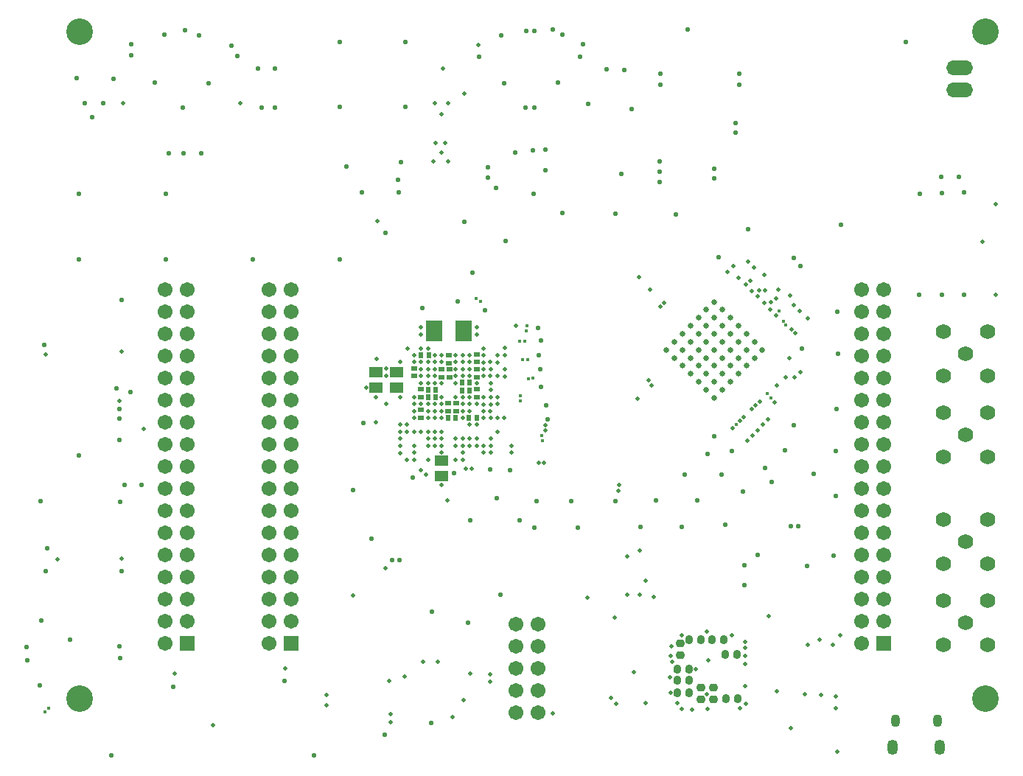
<source format=gbr>
%TF.GenerationSoftware,Altium Limited,Altium Designer,23.5.1 (21)*%
G04 Layer_Color=16711935*
%FSLAX45Y45*%
%MOMM*%
%TF.SameCoordinates,DF551FB5-6F85-4ABD-ABAF-5ACF3DF1BB5E*%
%TF.FilePolarity,Negative*%
%TF.FileFunction,Soldermask,Bot*%
%TF.Part,Single*%
G01*
G75*
%TA.AperFunction,ViaPad*%
%ADD91C,0.45000*%
%TA.AperFunction,SMDPad,CuDef*%
%ADD99R,1.53000X1.21000*%
%ADD100R,1.96000X2.36000*%
%ADD101R,0.71000X0.56000*%
%ADD102R,0.56000X0.71000*%
G04:AMPARAMS|DCode=103|XSize=0.95mm|YSize=0.8mm|CornerRadius=0.225mm|HoleSize=0mm|Usage=FLASHONLY|Rotation=90.000|XOffset=0mm|YOffset=0mm|HoleType=Round|Shape=RoundedRectangle|*
%AMROUNDEDRECTD103*
21,1,0.95000,0.35000,0,0,90.0*
21,1,0.50000,0.80000,0,0,90.0*
1,1,0.45000,0.17500,0.25000*
1,1,0.45000,0.17500,-0.25000*
1,1,0.45000,-0.17500,-0.25000*
1,1,0.45000,-0.17500,0.25000*
%
%ADD103ROUNDEDRECTD103*%
G04:AMPARAMS|DCode=104|XSize=0.95mm|YSize=0.8mm|CornerRadius=0.225mm|HoleSize=0mm|Usage=FLASHONLY|Rotation=0.000|XOffset=0mm|YOffset=0mm|HoleType=Round|Shape=RoundedRectangle|*
%AMROUNDEDRECTD104*
21,1,0.95000,0.35000,0,0,0.0*
21,1,0.50000,0.80000,0,0,0.0*
1,1,0.45000,0.25000,-0.17500*
1,1,0.45000,-0.25000,-0.17500*
1,1,0.45000,-0.25000,0.17500*
1,1,0.45000,0.25000,0.17500*
%
%ADD104ROUNDEDRECTD104*%
%TA.AperFunction,ComponentPad*%
%ADD105C,1.76000*%
%ADD106C,1.71000*%
%ADD107O,1.26000X1.76000*%
%ADD108O,1.06000X1.46000*%
%ADD109O,3.06000X1.71000*%
%ADD110R,1.71000X1.71000*%
%TA.AperFunction,WasherPad*%
%ADD111C,3.06000*%
%TA.AperFunction,ViaPad*%
%ADD112C,0.56000*%
%ADD113C,0.51000*%
%ADD114C,0.65320*%
D91*
X6028753Y4953231D02*
D03*
X6036713Y5010246D02*
D03*
X500001Y580001D02*
D03*
X539811Y619812D02*
D03*
X8935272Y5180052D02*
D03*
X8981335Y5066940D02*
D03*
X6210001Y3690001D02*
D03*
X6207435Y3747441D02*
D03*
X5953701Y4833371D02*
D03*
X9010001Y5020001D02*
D03*
X5454502Y5325357D02*
D03*
X5500001Y5290001D02*
D03*
X8800001Y4230001D02*
D03*
X8834615Y4184376D02*
D03*
X6043251Y4620001D02*
D03*
X6048751Y4400001D02*
D03*
X6105658Y4408054D02*
D03*
X5960002Y4208467D02*
D03*
Y4150467D02*
D03*
X5985251Y4620001D02*
D03*
X6011201Y4833371D02*
D03*
X8442834Y3875937D02*
D03*
D99*
X5057802Y3283271D02*
D03*
Y3459271D02*
D03*
X4297800Y4299272D02*
D03*
Y4475272D02*
D03*
X4537802Y4299272D02*
D03*
Y4475272D02*
D03*
D100*
X4966802Y4954272D02*
D03*
X5308802D02*
D03*
D101*
X4737802Y4524271D02*
D03*
Y4434272D02*
D03*
X5137802Y4584272D02*
D03*
Y4674272D02*
D03*
X4814567Y4285001D02*
D03*
Y4195002D02*
D03*
X5457802Y4284271D02*
D03*
Y4194272D02*
D03*
Y4514271D02*
D03*
Y4424272D02*
D03*
X4817802Y3954271D02*
D03*
Y4044271D02*
D03*
X5222802Y4124271D02*
D03*
Y4034272D02*
D03*
X5052801Y4424272D02*
D03*
Y4514272D02*
D03*
X5132802Y4124272D02*
D03*
Y4034272D02*
D03*
X5142802Y4424272D02*
D03*
Y4514271D02*
D03*
X5457802Y4594272D02*
D03*
Y4684272D02*
D03*
D102*
X5217802Y3954271D02*
D03*
X5127802D02*
D03*
X5377802Y4269271D02*
D03*
X5287802D02*
D03*
X4987802Y4189271D02*
D03*
X4897802D02*
D03*
X5287802Y4359272D02*
D03*
X5377802D02*
D03*
X4987802Y4279272D02*
D03*
X4897802D02*
D03*
X5457802Y3954271D02*
D03*
X5367802D02*
D03*
X4907801Y4674272D02*
D03*
X4817802D02*
D03*
D103*
X8447501Y1240001D02*
D03*
X8312501D02*
D03*
X7762502Y1070001D02*
D03*
X7897502D02*
D03*
X8297927Y1410001D02*
D03*
X8162927D02*
D03*
X7902501D02*
D03*
X8037501D02*
D03*
X7897501Y794576D02*
D03*
X7762501D02*
D03*
X7897501Y940001D02*
D03*
X7762501D02*
D03*
X8322501Y730001D02*
D03*
X8457501D02*
D03*
D104*
X7797802Y1226772D02*
D03*
Y1361772D02*
D03*
X8178352Y718927D02*
D03*
Y853927D02*
D03*
X8032927Y722501D02*
D03*
Y857501D02*
D03*
D105*
X11070001Y1602701D02*
D03*
X10816001Y1856701D02*
D03*
Y1348701D02*
D03*
X11324001Y1856701D02*
D03*
Y1348701D02*
D03*
X11070001Y3762652D02*
D03*
X10816001Y4016652D02*
D03*
Y3508652D02*
D03*
X11324001Y4016652D02*
D03*
Y3508652D02*
D03*
X11070001Y4690002D02*
D03*
X10816001Y4944002D02*
D03*
Y4436002D02*
D03*
X11324001Y4944002D02*
D03*
Y4436002D02*
D03*
X11070001Y2530001D02*
D03*
X10816001Y2784001D02*
D03*
Y2276001D02*
D03*
X11324001Y2784001D02*
D03*
Y2276001D02*
D03*
D106*
X6164001Y820001D02*
D03*
Y566001D02*
D03*
X5910001D02*
D03*
Y820001D02*
D03*
X6164001Y1328001D02*
D03*
Y1074001D02*
D03*
Y1582001D02*
D03*
X5910001Y1328001D02*
D03*
Y1074001D02*
D03*
Y1582001D02*
D03*
X1876001Y1621001D02*
D03*
Y1875001D02*
D03*
Y2129001D02*
D03*
Y2383001D02*
D03*
Y2637001D02*
D03*
Y2891001D02*
D03*
Y3145001D02*
D03*
Y3399001D02*
D03*
Y3653001D02*
D03*
Y3907001D02*
D03*
Y4161001D02*
D03*
Y4415001D02*
D03*
Y4669001D02*
D03*
Y4923001D02*
D03*
Y5177001D02*
D03*
Y5431001D02*
D03*
Y1367001D02*
D03*
X2130001Y1621001D02*
D03*
Y1875001D02*
D03*
Y2129001D02*
D03*
Y2383001D02*
D03*
Y2637001D02*
D03*
Y2891001D02*
D03*
Y3145001D02*
D03*
Y3399001D02*
D03*
Y3653001D02*
D03*
Y3907001D02*
D03*
Y4161001D02*
D03*
Y4415001D02*
D03*
Y4669001D02*
D03*
Y4923001D02*
D03*
Y5177001D02*
D03*
Y5431001D02*
D03*
X3330001D02*
D03*
Y5177001D02*
D03*
Y4923001D02*
D03*
Y4669001D02*
D03*
Y4415001D02*
D03*
Y4161001D02*
D03*
Y3907001D02*
D03*
Y3653001D02*
D03*
Y3399001D02*
D03*
Y3145001D02*
D03*
Y2891001D02*
D03*
Y2637001D02*
D03*
Y2383001D02*
D03*
Y2129001D02*
D03*
Y1875001D02*
D03*
Y1621001D02*
D03*
X3076001Y1367001D02*
D03*
Y5431001D02*
D03*
Y5177001D02*
D03*
Y4923001D02*
D03*
Y4669001D02*
D03*
Y4415001D02*
D03*
Y4161001D02*
D03*
Y3907001D02*
D03*
Y3653001D02*
D03*
Y3399001D02*
D03*
Y3145001D02*
D03*
Y2891001D02*
D03*
Y2637001D02*
D03*
Y2383001D02*
D03*
Y2129001D02*
D03*
Y1875001D02*
D03*
Y1621001D02*
D03*
X9876001Y2637001D02*
D03*
Y2129001D02*
D03*
Y1367001D02*
D03*
Y1621001D02*
D03*
Y1875001D02*
D03*
Y4669001D02*
D03*
Y4415001D02*
D03*
Y5431001D02*
D03*
Y4923001D02*
D03*
Y5177001D02*
D03*
Y3399001D02*
D03*
Y2891001D02*
D03*
Y3145001D02*
D03*
Y3907001D02*
D03*
X10130001Y2383001D02*
D03*
X9876001D02*
D03*
X10130001Y2637001D02*
D03*
Y2891001D02*
D03*
Y1875001D02*
D03*
Y1621001D02*
D03*
Y2129001D02*
D03*
X9876001Y4161001D02*
D03*
Y3653001D02*
D03*
X10130001Y4669001D02*
D03*
Y5431001D02*
D03*
Y4923001D02*
D03*
Y5177001D02*
D03*
Y3653001D02*
D03*
Y3145001D02*
D03*
Y3399001D02*
D03*
Y4415001D02*
D03*
Y3907001D02*
D03*
Y4161001D02*
D03*
D107*
X10780001Y170001D02*
D03*
X10235001D02*
D03*
D108*
X10750001Y473001D02*
D03*
X10265001D02*
D03*
D109*
X11003501Y7718503D02*
D03*
Y7972503D02*
D03*
D110*
X2130001Y1367001D02*
D03*
X3330001D02*
D03*
X10130001D02*
D03*
D111*
X900002Y8390002D02*
D03*
Y730001D02*
D03*
X11300002D02*
D03*
Y8390002D02*
D03*
D112*
X7880892Y8417784D02*
D03*
X6330002Y8417501D02*
D03*
X10387802Y8274271D02*
D03*
X9644489Y6172233D02*
D03*
X4941644Y1728593D02*
D03*
X4250179Y2569703D02*
D03*
X5387802Y2774272D02*
D03*
X5201537Y3321449D02*
D03*
X4724797Y3270271D02*
D03*
X4157802Y3896772D02*
D03*
X4039314Y3127519D02*
D03*
X887802Y3524272D02*
D03*
X4637802Y8274271D02*
D03*
Y7524272D02*
D03*
X3887802Y8274271D02*
D03*
Y7524272D02*
D03*
Y5774272D02*
D03*
X2887802D02*
D03*
X1887802D02*
D03*
Y6524272D02*
D03*
X887802D02*
D03*
Y5774272D02*
D03*
X6740001Y7560001D02*
D03*
X5730001Y1920001D02*
D03*
X2110001Y8410001D02*
D03*
X8530001Y2030001D02*
D03*
X4400001Y310051D02*
D03*
X9070001Y2710001D02*
D03*
X9150001D02*
D03*
X1260001Y80001D02*
D03*
X3590001D02*
D03*
X4932389Y450001D02*
D03*
X5360001Y1600001D02*
D03*
X9250001Y2250001D02*
D03*
X9554325Y2375112D02*
D03*
X8530001Y2260001D02*
D03*
X440001Y880002D02*
D03*
X4570001Y2320001D02*
D03*
X4488182Y2318182D02*
D03*
X1970001Y860001D02*
D03*
X3254001Y930001D02*
D03*
X1365460Y1194543D02*
D03*
X1350001Y4060001D02*
D03*
X5410001Y5620001D02*
D03*
X4830001Y5220001D02*
D03*
X5790001Y5990001D02*
D03*
X8580001Y6120001D02*
D03*
X11060002Y5370001D02*
D03*
X10547502Y6527501D02*
D03*
X10800002Y5370001D02*
D03*
X10540002D02*
D03*
X11053002Y6543001D02*
D03*
X10800002Y6540001D02*
D03*
X6439288Y8360714D02*
D03*
X6677499Y8247503D02*
D03*
X4590001Y6895001D02*
D03*
X3960001Y6845002D02*
D03*
X4140001Y6545001D02*
D03*
X4550001Y6685001D02*
D03*
X4560001Y6545001D02*
D03*
X5680001Y6595002D02*
D03*
X5590001Y6715002D02*
D03*
Y6835002D02*
D03*
X5900001Y7005001D02*
D03*
X10792001Y6720001D02*
D03*
X11000001D02*
D03*
X4410001Y6080001D02*
D03*
X2709288Y8110714D02*
D03*
X9100001Y5790001D02*
D03*
X8430001Y7230001D02*
D03*
X5550001Y5190001D02*
D03*
X9180001Y5700001D02*
D03*
X7050001Y6300001D02*
D03*
X6440001Y6310001D02*
D03*
X5320002Y6210001D02*
D03*
X5240001Y5290001D02*
D03*
X7750002Y6290001D02*
D03*
X8240002Y5800001D02*
D03*
X9600001Y5170001D02*
D03*
X9190001Y4750001D02*
D03*
X9610001Y4690001D02*
D03*
X9590001Y4060001D02*
D03*
X9580001Y3570001D02*
D03*
Y3060001D02*
D03*
X9330001Y3310002D02*
D03*
X7810001Y2700001D02*
D03*
X8310001Y2730001D02*
D03*
X8520002Y3110001D02*
D03*
X8770002Y3380001D02*
D03*
X8850001Y3220001D02*
D03*
X9000002Y3580001D02*
D03*
X9100001Y3870001D02*
D03*
X8110002Y3540001D02*
D03*
X8390002Y3570001D02*
D03*
X8190001Y3740001D02*
D03*
X8270001Y3300001D02*
D03*
X7850002D02*
D03*
X7990002Y3010001D02*
D03*
X7520001D02*
D03*
X7340001Y2700001D02*
D03*
X7050001Y3000001D02*
D03*
X6620001Y2690001D02*
D03*
X6540001Y3000001D02*
D03*
X6122171Y2692501D02*
D03*
X5950002Y2780001D02*
D03*
X6150001Y3000001D02*
D03*
X5690002Y3030001D02*
D03*
X5610001Y3360001D02*
D03*
X5844901Y3351033D02*
D03*
X6270001Y3940001D02*
D03*
X6260001Y4100001D02*
D03*
X6200002Y4310001D02*
D03*
X6190001Y4510001D02*
D03*
X6170001Y4670001D02*
D03*
X6200002Y4840001D02*
D03*
X6160001Y4990001D02*
D03*
X450001Y3000001D02*
D03*
X1350001Y3700001D02*
D03*
Y1330001D02*
D03*
X1360001Y2990001D02*
D03*
X1289289Y7850714D02*
D03*
X859288Y7860714D02*
D03*
X1489289Y8120714D02*
D03*
X1759289Y7810714D02*
D03*
X3140001Y7970001D02*
D03*
X2949288Y7970714D02*
D03*
X2379288Y7800714D02*
D03*
X2269289Y8350714D02*
D03*
X1869288Y8360714D02*
D03*
X6029288Y8400714D02*
D03*
X5769288Y7800714D02*
D03*
X7150001Y7950001D02*
D03*
X6950001Y7960001D02*
D03*
X6389288Y7810714D02*
D03*
X6649288Y8100714D02*
D03*
X5739288Y8350714D02*
D03*
X5489288Y8100714D02*
D03*
X510002Y2190001D02*
D03*
X490002Y4790001D02*
D03*
X6120001Y8400001D02*
D03*
X960001Y7570001D02*
D03*
X2640001Y8230001D02*
D03*
X1170001Y7570001D02*
D03*
X1040001Y7410001D02*
D03*
X1490001Y8245001D02*
D03*
X1920001Y6990002D02*
D03*
X2090001D02*
D03*
X2290001D02*
D03*
X3140001Y7520001D02*
D03*
X2990001D02*
D03*
X2080001D02*
D03*
X6110001Y6530001D02*
D03*
X7120001Y6760001D02*
D03*
X6250001Y6800001D02*
D03*
X6100001Y7030001D02*
D03*
X6250001Y7040001D02*
D03*
X6019501Y7520501D02*
D03*
X6119501D02*
D03*
X7240001Y7500002D02*
D03*
X8477001Y7780001D02*
D03*
Y7910001D02*
D03*
X8430001Y7340002D02*
D03*
X8190001Y6820001D02*
D03*
Y6710001D02*
D03*
X7570001Y7910001D02*
D03*
Y7780001D02*
D03*
X7560001Y6780001D02*
D03*
Y6900001D02*
D03*
Y6660001D02*
D03*
X8690001Y2380001D02*
D03*
X790001Y1410001D02*
D03*
X460001Y1630001D02*
D03*
X290001Y1320001D02*
D03*
X292001Y1168001D02*
D03*
X520002Y2460001D02*
D03*
X1380002Y2190001D02*
D03*
X1480001Y4250001D02*
D03*
X1610001Y3180002D02*
D03*
X1410001D02*
D03*
X1350001Y3950001D02*
D03*
X1380002Y5310001D02*
D03*
X1320001Y4290001D02*
D03*
D113*
X7972802Y1069272D02*
D03*
X7810302Y614272D02*
D03*
X7697802Y1329536D02*
D03*
X8545262Y1315262D02*
D03*
X7685302Y796772D02*
D03*
X7680001Y970001D02*
D03*
X4817802Y4994271D02*
D03*
X4817802Y4914271D02*
D03*
X4317802Y6214272D02*
D03*
X4897802Y4034272D02*
D03*
Y3954272D02*
D03*
X4977802D02*
D03*
Y4674272D02*
D03*
X4897802Y4754271D02*
D03*
X4817802Y4754272D02*
D03*
X5457802Y3874272D02*
D03*
X5377802D02*
D03*
Y4194272D02*
D03*
Y4114272D02*
D03*
X5457802Y4914271D02*
D03*
X5057802Y3186772D02*
D03*
X5057802Y3554272D02*
D03*
X5537802Y4034272D02*
D03*
Y4754271D02*
D03*
X5617802Y4354272D02*
D03*
X5617802Y4274272D02*
D03*
X4187802Y4299272D02*
D03*
X4297802Y4194272D02*
D03*
X4417802Y4114272D02*
D03*
X4577802Y4194272D02*
D03*
X5297802Y4194272D02*
D03*
X5057802Y4114272D02*
D03*
X5297802Y4034272D02*
D03*
X4737802Y4034271D02*
D03*
Y4114272D02*
D03*
X5297802Y3954272D02*
D03*
X5057802Y4674272D02*
D03*
X4817802Y4354272D02*
D03*
X4417802Y4434272D02*
D03*
X4817802Y4594271D02*
D03*
Y4434272D02*
D03*
X4897802Y4594271D02*
D03*
X4977802D02*
D03*
X4737802Y4194272D02*
D03*
X5377802Y4594271D02*
D03*
X5537802Y4194272D02*
D03*
X5617802D02*
D03*
X5697802D02*
D03*
X5696739Y4115334D02*
D03*
X5057802Y3954272D02*
D03*
X4737802D02*
D03*
Y4674272D02*
D03*
X4977802Y4354271D02*
D03*
X5217802Y4434271D02*
D03*
X4977802Y4034272D02*
D03*
X4897802Y4434272D02*
D03*
X5377802Y4514271D02*
D03*
Y4034272D02*
D03*
X4817802Y4514271D02*
D03*
X4977802D02*
D03*
X4897802D02*
D03*
Y4114272D02*
D03*
Y4354271D02*
D03*
X5217802Y4514271D02*
D03*
X5057802Y4034272D02*
D03*
X5777802Y4514271D02*
D03*
X5457802Y4114272D02*
D03*
X5857802Y3634272D02*
D03*
Y3554272D02*
D03*
X5217802Y3714272D02*
D03*
X5297802D02*
D03*
X5377802D02*
D03*
X5457802D02*
D03*
Y3634272D02*
D03*
X5377802D02*
D03*
X5297802D02*
D03*
X5217802D02*
D03*
Y3474272D02*
D03*
X5297802D02*
D03*
Y3554272D02*
D03*
X5617802Y3714272D02*
D03*
Y3554100D02*
D03*
Y3633928D02*
D03*
X5537802Y3554272D02*
D03*
Y3633594D02*
D03*
X5697802Y3794272D02*
D03*
X4897802Y3474272D02*
D03*
Y3634272D02*
D03*
X4977802D02*
D03*
X5057802D02*
D03*
X4897802Y3794272D02*
D03*
X4817802D02*
D03*
X4737802D02*
D03*
X4657802D02*
D03*
Y3474272D02*
D03*
X4737802D02*
D03*
X4820001Y3350001D02*
D03*
X4577802Y3550001D02*
D03*
X4737802Y4594271D02*
D03*
X4577802D02*
D03*
X5617802Y4514272D02*
D03*
X5457802Y4994271D02*
D03*
X4657802Y3874272D02*
D03*
X4577802D02*
D03*
Y3794272D02*
D03*
Y3714272D02*
D03*
X4897802D02*
D03*
X4977802D02*
D03*
X5057802D02*
D03*
Y3794272D02*
D03*
X4977802D02*
D03*
X5537802Y3954272D02*
D03*
X5377802Y4434272D02*
D03*
X5297802Y4514271D02*
D03*
X5217802Y4594271D02*
D03*
X5297802D02*
D03*
X5217802Y4674272D02*
D03*
X5297802D02*
D03*
X5377802D02*
D03*
X5537802Y4434272D02*
D03*
Y4514271D02*
D03*
X5457802Y4354272D02*
D03*
X5057802Y4194272D02*
D03*
Y4354271D02*
D03*
X5297802Y4114272D02*
D03*
X5217802Y4194272D02*
D03*
Y4354271D02*
D03*
X4977802Y4114272D02*
D03*
X5297802Y4434272D02*
D03*
X4977802D02*
D03*
X5057802Y4594271D02*
D03*
X4817802Y4114271D02*
D03*
X4737802Y3634272D02*
D03*
Y3554272D02*
D03*
X7330001Y2430001D02*
D03*
Y1920001D02*
D03*
X7190001Y2360001D02*
D03*
Y1920001D02*
D03*
X5400001Y3370001D02*
D03*
X5330001D02*
D03*
X7400001Y2080001D02*
D03*
X6730001Y1890001D02*
D03*
X7490001Y1900001D02*
D03*
X8100001Y1500001D02*
D03*
X9410001Y770001D02*
D03*
X8910001Y810001D02*
D03*
X5610001Y1010001D02*
D03*
X7040001Y1660001D02*
D03*
X4450001Y930001D02*
D03*
X4630001Y980001D02*
D03*
X4840001Y1150001D02*
D03*
X5010001D02*
D03*
X5538695Y4672686D02*
D03*
X7060001Y670001D02*
D03*
X8540001Y1220001D02*
D03*
X7690001D02*
D03*
X7930001Y600001D02*
D03*
X8110001Y610001D02*
D03*
X2430001Y420001D02*
D03*
X5070001Y7970001D02*
D03*
X1630001Y3830001D02*
D03*
X6330001Y560001D02*
D03*
X9400001Y1410001D02*
D03*
X9260001Y1350001D02*
D03*
X9580001Y750001D02*
D03*
X8810001Y1680001D02*
D03*
X9630001Y1460001D02*
D03*
X7000001Y740001D02*
D03*
X2740001Y7570001D02*
D03*
X1400001D02*
D03*
X5480001Y8240001D02*
D03*
X5050001Y7440001D02*
D03*
Y7000001D02*
D03*
X5100001Y7110001D02*
D03*
X5320001Y7680001D02*
D03*
X5130001Y7570001D02*
D03*
X4980001D02*
D03*
X4990001Y7110001D02*
D03*
X5130001Y6900001D02*
D03*
X4960001D02*
D03*
X1350001Y4150001D02*
D03*
X510001Y4680001D02*
D03*
X1380001Y4720001D02*
D03*
X4410001Y2230001D02*
D03*
X7760001Y680001D02*
D03*
X7260426Y1030001D02*
D03*
X7400001Y680001D02*
D03*
X5120001Y3010001D02*
D03*
X4040001Y1910001D02*
D03*
X3730001Y650001D02*
D03*
Y770001D02*
D03*
X5699990Y4589992D02*
D03*
X640001Y2330001D02*
D03*
X1380001Y2340001D02*
D03*
X1990001Y1020001D02*
D03*
X3260001Y1080001D02*
D03*
X4470001Y460001D02*
D03*
X5180001Y520001D02*
D03*
X5610001Y920001D02*
D03*
X7700001Y1150001D02*
D03*
X8120001Y1170001D02*
D03*
X8390001Y1460001D02*
D03*
X8540001Y1130001D02*
D03*
X7810001Y1460001D02*
D03*
X8100001Y780001D02*
D03*
X8480001Y620001D02*
D03*
X11270001Y5980001D02*
D03*
X11420001Y5370001D02*
D03*
Y6410001D02*
D03*
X9230001Y780001D02*
D03*
X9550001Y1350001D02*
D03*
X9600001Y120001D02*
D03*
X9580001Y617927D02*
D03*
X9070001Y390001D02*
D03*
X8540001Y870001D02*
D03*
X8467757Y5560829D02*
D03*
X8900001Y5130001D02*
D03*
X5380001Y1020001D02*
D03*
X8621848Y4054987D02*
D03*
X8598878Y5532194D02*
D03*
X8619384Y5409299D02*
D03*
X8339049Y5630954D02*
D03*
X8552305Y5488912D02*
D03*
X8408233Y5698233D02*
D03*
X8760040Y5271249D02*
D03*
X4308969Y4634271D02*
D03*
X4470001Y550001D02*
D03*
X8829049Y5200954D02*
D03*
X8683543Y5355196D02*
D03*
X5910372Y5013860D02*
D03*
X5614015Y4596802D02*
D03*
X4880001Y3300001D02*
D03*
X5311717Y708285D02*
D03*
X8540001Y1380001D02*
D03*
X8550001Y670001D02*
D03*
X4418705Y4517864D02*
D03*
X5693701Y4435871D02*
D03*
X5780001Y4430001D02*
D03*
X8900001Y5330001D02*
D03*
X8840001Y5280001D02*
D03*
X9169049Y5180954D02*
D03*
X9259049Y5100954D02*
D03*
X9057892Y5361962D02*
D03*
X9071912Y4972941D02*
D03*
X9114096Y4932276D02*
D03*
X8663911Y4095720D02*
D03*
X8711516Y4141060D02*
D03*
X7430001Y4390001D02*
D03*
X7470001Y4330001D02*
D03*
X7088141Y3120001D02*
D03*
X6248141Y3810001D02*
D03*
X6250001Y3870001D02*
D03*
X7090002Y3180002D02*
D03*
X5618701Y3950871D02*
D03*
X5701201Y3953372D02*
D03*
X6170001Y3440002D02*
D03*
X6234505D02*
D03*
X5775133Y3957037D02*
D03*
X5616201Y4030872D02*
D03*
X7320001Y5570001D02*
D03*
X7449049Y5430954D02*
D03*
X9110001Y4420001D02*
D03*
X9180001Y4480001D02*
D03*
X9010002Y4420001D02*
D03*
X9050001Y4640001D02*
D03*
X8910001Y4330001D02*
D03*
X8880002Y4130001D02*
D03*
X8700001Y5420001D02*
D03*
X8920001Y5430001D02*
D03*
X4299651Y3899651D02*
D03*
X5780001Y4670001D02*
D03*
X5700002D02*
D03*
X5780001Y4760001D02*
D03*
X5616201Y4435871D02*
D03*
X8629049Y3750954D02*
D03*
X8569049Y3690954D02*
D03*
X8400195Y3837130D02*
D03*
X8529049Y3960954D02*
D03*
X8483425Y3916786D02*
D03*
X8804148Y3933560D02*
D03*
X8746854Y3875494D02*
D03*
X8689049Y3810954D02*
D03*
X7614049Y5275866D02*
D03*
X7569049Y5230954D02*
D03*
X8643049Y5684954D02*
D03*
X8579049Y5750954D02*
D03*
X8770001Y5420001D02*
D03*
X8759049Y5600954D02*
D03*
X9100049Y5251954D02*
D03*
X4660001Y4750001D02*
D03*
X5535752Y4593353D02*
D03*
X7303463Y4172190D02*
D03*
X5540001Y4111037D02*
D03*
X5620001D02*
D03*
X4577445Y3635956D02*
D03*
D114*
X8557013Y4735864D02*
D03*
X8648936Y4643940D02*
D03*
X8465089Y4827788D02*
D03*
X8097393Y5195483D02*
D03*
X8189317Y5103559D02*
D03*
X8281241Y5011635D02*
D03*
X8373165Y4919712D02*
D03*
X8465089Y4643940D02*
D03*
X8557013Y4552016D02*
D03*
X8373165Y4735864D02*
D03*
X8005469Y5103559D02*
D03*
X8097393Y5011635D02*
D03*
X8189317Y4919712D02*
D03*
X8281241Y4827788D02*
D03*
X8373165Y4552016D02*
D03*
X8465089Y4460092D02*
D03*
X8281241Y4643940D02*
D03*
X7913546Y5011635D02*
D03*
X8005469Y4919712D02*
D03*
X8097393Y4827788D02*
D03*
X8189317Y4735864D02*
D03*
Y4368168D02*
D03*
X8281241Y4276244D02*
D03*
X8097393Y4460092D02*
D03*
X7729698Y4827788D02*
D03*
X7821622Y4735864D02*
D03*
X7913546Y4643940D02*
D03*
X8005469Y4552016D02*
D03*
X8281241Y4460092D02*
D03*
X8373165Y4368168D02*
D03*
X8189317Y4552016D02*
D03*
X7821622Y4919712D02*
D03*
X7913546Y4827788D02*
D03*
X8005469Y4735864D02*
D03*
X8097393Y4643940D02*
D03*
X8648936Y4827788D02*
D03*
X8740860Y4735864D02*
D03*
X8557013Y4919712D02*
D03*
X8189317Y5287407D02*
D03*
X8281241Y5195483D02*
D03*
X8373165Y5103559D02*
D03*
X8465089Y5011635D02*
D03*
X8097393Y4276244D02*
D03*
X8189317Y4184321D02*
D03*
X8005469Y4368168D02*
D03*
X7637774Y4735864D02*
D03*
X7729698Y4643940D02*
D03*
X7821622Y4552016D02*
D03*
X7913546Y4460092D02*
D03*
%TF.MD5,15ce8061610d106509665e995ae53c6c*%
M02*

</source>
